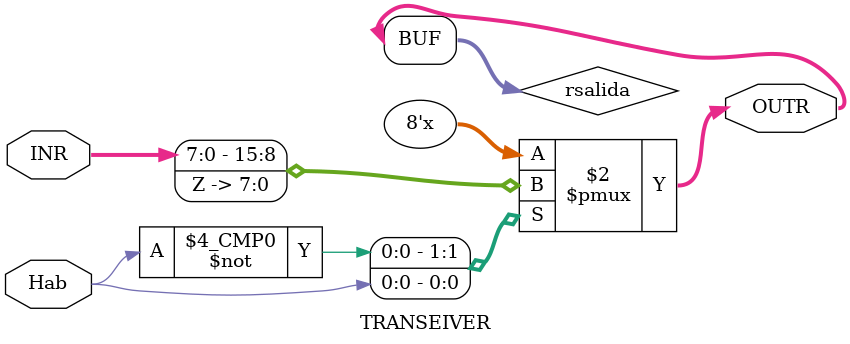
<source format=v>
module TRANSEIVER(INR, Hab, OUTR);
    input  [7:0] INR;
    input        Hab;
    output [7:0] OUTR;
	 reg 	  [7:0] rsalida;
	 
	 always @ (INR,Hab)
	 begin
		case(Hab)
			1'b0:rsalida=INR;
			1'b1:rsalida=8'bzzzzzzzz;
		endcase
	 end
	 assign OUTR =rsalida;
endmodule
</source>
